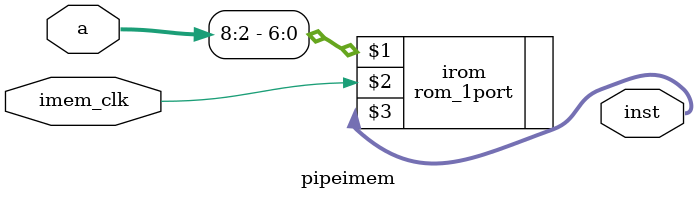
<source format=v>
module pipeimem(a, inst, imem_clk);
	input [31:0]	a;
	input 			imem_clk;
	output [31:0]	inst;
	
	rom_1port irom(a[8:2], imem_clk, inst);
endmodule
</source>
